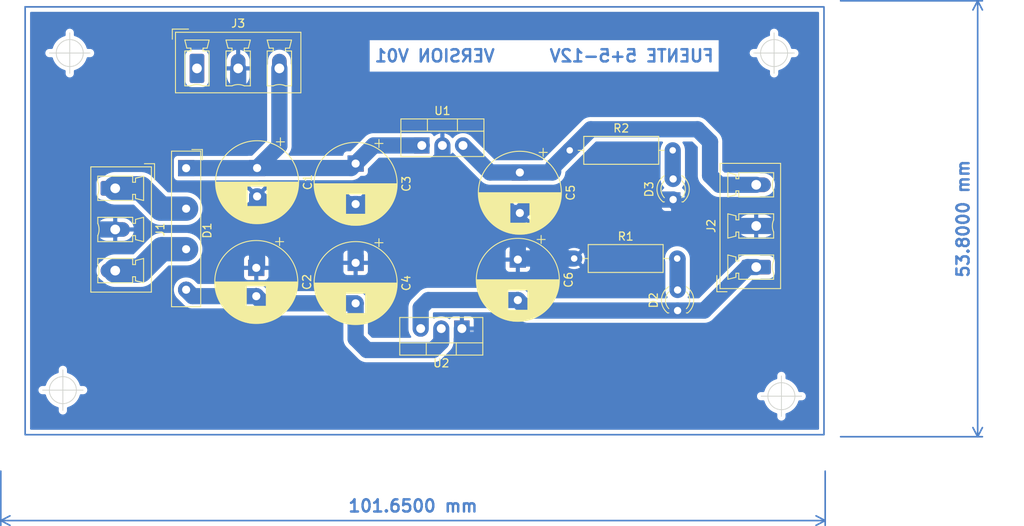
<source format=kicad_pcb>
(kicad_pcb (version 20211014) (generator pcbnew)
  (layers (0 "F.Cu" signal) (31 "B.Cu" signal) (34 "B.Paste" user) (35 "F.Paste" user) (36 "B.SilkS" user "B.Silkscreen") (37 "F.SilkS" user "F.Silkscreen") (38 "B.Mask" user) (39 "F.Mask" user) (44 "Edge.Cuts" user))
  (net 0 "")
  (net 1 "GND")
  (net 2 "Net-(C2-Pad2)")
  (net 3 "Net-(D2-Pad1)")
  (net 4 "Net-(D2-Pad2)")
  (net 5 "Net-(D3-Pad2)")
  (net 7 "Net-(J1-Pad1)")
  (net 8 "Net-(J1-Pad3)")
  (net 9 "Net-(C3-Pad1)")
  (net 10 "Net-(C5-Pad1)")
  (footprint "Capacitor_THT:CP_Radial_D10.0mm_P5.00mm" (layer "F.Cu") (at 112.55 76.637323 -90)
    (fp_text reference "C6" (at 2.5 -6.25 90) (layer "F.SilkS"))
    (fp_text value "C_Polarized")
    (pad "1" thru_hole rect (at 0 0 270) (size 2 2) (drill 1) (layers *.Cu *.Mask) (net 1 "GND"))
    (pad "2" thru_hole circle (at 5 0 270) (size 2 2) (drill 1) (layers *.Cu *.Mask) (net 3 "Net-(D2-Pad1)"))
  )
  (footprint "Resistor_THT:R_Axial_DIN0309_L9.0mm_D3.2mm_P12.70mm_Horizontal" (layer "F.Cu") (at 119.5 76.505)
    (fp_text reference "R1" (at 6.35 -2.72) (layer "F.SilkS"))
    (fp_text value "R")
    (pad "1" thru_hole circle (at 0 0) (size 1.6 1.6) (drill 0.8) (layers *.Cu *.Mask) (net 1 "GND"))
    (pad "2" thru_hole oval (at 12.7 0) (size 1.6 1.6) (drill 0.8) (layers *.Cu *.Mask) (net 4 "Net-(D2-Pad2)"))
  )
  (footprint "Connector_Phoenix_MC_HighVoltage:PhoenixContact_MCV_1,5_3-G-5.08_1x03_P5.08mm_Vertical" (layer "F.Cu") (at 62.9075 67.8425 -90)
    (fp_text reference "J1" (at 5.08 -5.55 90) (layer "F.SilkS"))
    (fp_text value "Conn_01x03_Male")
    (pad "1" thru_hole roundrect (at 0 0 270) (size 1.8 3.6) (drill 1.2) (layers *.Cu *.Mask) (roundrect_rratio 0.138889) (net 7 "Net-(J1-Pad1)"))
    (pad "2" thru_hole oval (at 5.08 0 270) (size 1.8 3.6) (drill 1.2) (layers *.Cu *.Mask) (net 1 "GND"))
    (pad "3" thru_hole oval (at 10.16 0 270) (size 1.8 3.6) (drill 1.2) (layers *.Cu *.Mask) (net 8 "Net-(J1-Pad3)"))
  )
  (footprint "Resistor_THT:R_Axial_DIN0309_L9.0mm_D3.2mm_P12.70mm_Horizontal" (layer "F.Cu") (at 118.95 63.155)
    (fp_text reference "R2" (at 6.35 -2.72) (layer "F.SilkS"))
    (fp_text value "R")
    (pad "1" thru_hole circle (at 0 0) (size 1.6 1.6) (drill 0.8) (layers *.Cu *.Mask) (net 10 "Net-(C5-Pad1)"))
    (pad "2" thru_hole oval (at 12.7 0) (size 1.6 1.6) (drill 0.8) (layers *.Cu *.Mask) (net 5 "Net-(D3-Pad2)"))
  )
  (footprint "Connector_Phoenix_MC_HighVoltage:PhoenixContact_MCV_1,5_3-G-5.08_1x03_P5.08mm_Vertical" (layer "F.Cu") (at 141.9425 77.5675 90)
    (fp_text reference "J2" (at 5.08 -5.55 90) (layer "F.SilkS"))
    (fp_text value "Conn_01x03_Male")
    (pad "1" thru_hole roundrect (at 0 0 90) (size 1.8 3.6) (drill 1.2) (layers *.Cu *.Mask) (roundrect_rratio 0.138889) (net 3 "Net-(D2-Pad1)"))
    (pad "2" thru_hole oval (at 5.08 0 90) (size 1.8 3.6) (drill 1.2) (layers *.Cu *.Mask) (net 1 "GND"))
    (pad "3" thru_hole oval (at 10.16 0 90) (size 1.8 3.6) (drill 1.2) (layers *.Cu *.Mask) (net 10 "Net-(C5-Pad1)"))
  )
  (footprint "Capacitor_THT:CP_Radial_D10.0mm_P5.00mm" (layer "F.Cu") (at 112.8 65.887323 -90)
    (fp_text reference "C5" (at 2.5 -6.25 90) (layer "F.SilkS"))
    (fp_text value "C_Polarized")
    (pad "1" thru_hole rect (at 0 0 270) (size 2 2) (drill 1) (layers *.Cu *.Mask) (net 10 "Net-(C5-Pad1)"))
    (pad "2" thru_hole circle (at 5 0 270) (size 2 2) (drill 1) (layers *.Cu *.Mask) (net 1 "GND"))
  )
  (footprint "Package_TO_SOT_THT:TO-220-3_Vertical" (layer "F.Cu") (at 105.65 85.155 180)
    (fp_text reference "U2" (at 2.54 -4.27) (layer "F.SilkS"))
    (fp_text value "LM7905_TO220")
    (pad "1" thru_hole rect (at 0 0 180) (size 1.905 2) (drill 1.1) (layers *.Cu *.Mask) (net 1 "GND"))
    (pad "2" thru_hole oval (at 2.54 0 180) (size 1.905 2) (drill 1.1) (layers *.Cu *.Mask) (net 2 "Net-(C2-Pad2)"))
    (pad "3" thru_hole oval (at 5.08 0 180) (size 1.905 2) (drill 1.1) (layers *.Cu *.Mask) (net 3 "Net-(D2-Pad1)"))
  )
  (footprint "Package_TO_SOT_THT:TO-220-3_Vertical" (layer "F.Cu") (at 100.71 62.55)
    (fp_text reference "U1" (at 2.54 -4.27) (layer "F.SilkS"))
    (fp_text value "LM7805_TO220")
    (pad "1" thru_hole rect (at 0 0) (size 1.905 2) (drill 1.1) (layers *.Cu *.Mask) (net 9 "Net-(C3-Pad1)"))
    (pad "2" thru_hole oval (at 2.54 0) (size 1.905 2) (drill 1.1) (layers *.Cu *.Mask) (net 1 "GND"))
    (pad "3" thru_hole oval (at 5.08 0) (size 1.905 2) (drill 1.1) (layers *.Cu *.Mask) (net 10 "Net-(C5-Pad1)"))
  )
  (footprint "Capacitor_THT:CP_Radial_D10.0mm_P3.50mm" (layer "F.Cu") (at 80.3 77.655 -90)
    (fp_text reference "C2" (at 1.75 -6.25 90) (layer "F.SilkS"))
    (fp_text value "C")
    (pad "1" thru_hole rect (at 0 0 270) (size 2 2) (drill 1) (layers *.Cu *.Mask) (net 1 "GND"))
    (pad "2" thru_hole circle (at 3.5 0 270) (size 2 2) (drill 1) (layers *.Cu *.Mask) (net 2 "Net-(C2-Pad2)"))
  )
  (footprint "Connector_Phoenix_MC_HighVoltage:PhoenixContact_MCV_1,5_3-G-5.08_1x03_P5.08mm_Vertical" (layer "F.Cu") (at 72.9875 53.0425)
    (fp_text reference "J3" (at 5.08 -5.55) (layer "F.SilkS"))
    (fp_text value "Conn_01x03_Male")
    (pad "1" thru_hole roundrect (at 0 0) (size 1.8 3.6) (drill 1.2) (layers *.Cu *.Mask) (roundrect_rratio 0.138889))
    (pad "2" thru_hole oval (at 5.08 0) (size 1.8 3.6) (drill 1.2) (layers *.Cu *.Mask) (net 1 "GND"))
    (pad "3" thru_hole oval (at 10.16 0) (size 1.8 3.6) (drill 1.2) (layers *.Cu *.Mask) (net 9 "Net-(C3-Pad1)"))
  )
  (footprint "Capacitor_THT:CP_Radial_D10.0mm_P5.00mm" (layer "F.Cu") (at 92.55 77.037323 -90)
    (fp_text reference "C4" (at 2.5 -6.25 90) (layer "F.SilkS"))
    (fp_text value "C_Polarized")
    (pad "1" thru_hole rect (at 0 0 270) (size 2 2) (drill 1) (layers *.Cu *.Mask) (net 1 "GND"))
    (pad "2" thru_hole circle (at 5 0 270) (size 2 2) (drill 1) (layers *.Cu *.Mask) (net 2 "Net-(C2-Pad2)"))
  )
  (footprint "Diode_THT:Diode_Bridge_19.0x3.5x10.0mm_P5.0mm" (layer "F.Cu") (at 71.65 65.355 -90)
    (fp_text reference "D1" (at 7.7 -2.6 90) (layer "F.SilkS"))
    (fp_text value "D_Bridge_+AA-")
    (pad "1" thru_hole rect (at 0 0 270) (size 2 2) (drill 1) (layers *.Cu *.Mask) (net 9 "Net-(C3-Pad1)"))
    (pad "2" thru_hole circle (at 5 0 270) (size 2 2) (drill 1) (layers *.Cu *.Mask) (net 7 "Net-(J1-Pad1)"))
    (pad "3" thru_hole circle (at 10 0 270) (size 2 2) (drill 1) (layers *.Cu *.Mask) (net 8 "Net-(J1-Pad3)"))
    (pad "4" thru_hole circle (at 15 0 270) (size 2 2) (drill 1) (layers *.Cu *.Mask) (net 2 "Net-(C2-Pad2)"))
  )
  (footprint "Capacitor_THT:CP_Radial_D10.0mm_P5.00mm" (layer "F.Cu") (at 92.55 64.787323 -90)
    (fp_text reference "C3" (at 2.5 -6.25 90) (layer "F.SilkS"))
    (fp_text value "C_Polarized")
    (pad "1" thru_hole rect (at 0 0 270) (size 2 2) (drill 1) (layers *.Cu *.Mask) (net 9 "Net-(C3-Pad1)"))
    (pad "2" thru_hole circle (at 5 0 270) (size 2 2) (drill 1) (layers *.Cu *.Mask) (net 1 "GND"))
  )
  (footprint "LED_THT:LED_D3.0mm_FlatTop" (layer "F.Cu") (at 131.7 69.23 90)
    (fp_text reference "D3" (at 1.27 -2.96 90) (layer "F.SilkS"))
    (fp_text value "LED")
    (pad "1" thru_hole rect (at 0 0 90) (size 1.8 1.8) (drill 0.9) (layers *.Cu *.Mask) (net 1 "GND"))
    (pad "2" thru_hole circle (at 2.54 0 90) (size 1.8 1.8) (drill 0.9) (layers *.Cu *.Mask) (net 5 "Net-(D3-Pad2)"))
  )
  (footprint "LED_THT:LED_D3.0mm_FlatTop" (layer "F.Cu") (at 132.25 82.93 90)
    (fp_text reference "D2" (at 1.27 -2.96 90) (layer "F.SilkS"))
    (fp_text value "LED")
    (pad "1" thru_hole rect (at 0 0 90) (size 1.8 1.8) (drill 0.9) (layers *.Cu *.Mask) (net 3 "Net-(D2-Pad1)"))
    (pad "2" thru_hole circle (at 2.54 0 90) (size 1.8 1.8) (drill 0.9) (layers *.Cu *.Mask) (net 4 "Net-(D2-Pad2)"))
  )
  (footprint "Capacitor_THT:CP_Radial_D10.0mm_P3.50mm" (layer "F.Cu") (at 80.4 65.337323 -90)
    (fp_text reference "C1" (at 1.75 -6.25 90) (layer "F.SilkS"))
    (fp_text value "C")
    (pad "1" thru_hole rect (at 0 0 270) (size 2 2) (drill 1) (layers *.Cu *.Mask) (net 9 "Net-(C3-Pad1)"))
    (pad "2" thru_hole circle (at 3.5 0 270) (size 2 2) (drill 1) (layers *.Cu *.Mask) (net 1 "GND"))
  )
  (gr_rect (start 51.8 45.45) (end 150.3 98.25) (layer "B.Cu") (width 0.2) (fill none))
  (gr_text "FUENTE 5+5-12V      VERSION V01" (at 115.8 51.5) (layer "B.Cu") (effects (font (size 1.5 1.5) (thickness 0.3)) (justify mirror)))
  (dimension (type aligned) (layer "B.Cu") (pts (xy 151.85 98.5) (xy 151.85 44.7)) (height 17.4) (gr_text "53,8000 mm" (at 167.45 71.6 90) (layer "B.Cu") (effects (font (size 1.5 1.5) (thickness 0.3)))) (format (units 3) (units_format 1) (precision 4)) (style (thickness 0.2) (arrow_length 1.27) (text_position_mode 0) (extension_height 0.58642) (extension_offset 0.5) keep_text_aligned))
  (dimension (type aligned) (layer "B.Cu") (pts (xy 150.45 102.25) (xy 48.8 102.25)) (height -6.6) (gr_text "101,6500 mm" (at 99.625 107.05) (layer "B.Cu") (effects (font (size 1.5 1.5) (thickness 0.3)))) (format (units 3) (units_format 1) (precision 4)) (style (thickness 0.2) (arrow_length 1.27) (text_position_mode 0) (extension_height 0.58642) (extension_offset 0.5) keep_text_aligned))
  (target plus (at 145.05 93.5) (size 5) (width 0.1) (layer "Edge.Cuts"))
  (target plus (at 144.15 51.15) (size 5) (width 0.1) (layer "Edge.Cuts"))
  (target plus (at 57.3 51.15) (size 5) (width 0.1) (layer "Edge.Cuts"))
  (target plus (at 56.45 92.75) (size 5) (width 0.1) (layer "Edge.Cuts"))
  (segment (start 143.85 81.955) (end 140.7 81.955) (width 2) (layer "B.Cu") (net 1))
  (segment (start 81.35 69.787323) (end 80.4 68.837323) (width 2) (layer "B.Cu") (net 1))
  (segment (start 136.15 86.505) (end 105.65 86.505) (width 2) (layer "B.Cu") (net 1))
  (segment (start 140.7 81.955) (end 136.15 86.505) (width 2) (layer "B.Cu") (net 1))
  (segment (start 112.55 76.637323) (end 112.55 71.137323) (width 2) (layer "B.Cu") (net 1))
  (segment (start 114.457323 69.23) (end 112.8 70.887323) (width 2) (layer "B.Cu") (net 1))
  (segment (start 92.55 69.787323) (end 81.35 69.787323) (width 2) (layer "B.Cu") (net 1))
  (segment (start 80.4 77.555) (end 80.3 77.655) (width 2) (layer "B.Cu") (net 1))
  (segment (start 105.65 90.355) (end 64.5 90.355) (width 2) (layer "B.Cu") (net 1))
  (segment (start 105.65 90.355) (end 105.65 86.505) (width 2) (layer "B.Cu") (net 1))
  (segment (start 100.112677 70.887323) (end 99.012677 69.787323) (width 2) (layer "B.Cu") (net 1))
  (segment (start 78.0675 57.8325) (end 75.35 60.55) (width 2) (layer "B.Cu") (net 1))
  (segment (start 112.8 70.887323) (end 100.112677 70.887323) (width 2) (layer "B.Cu") (net 1))
  (segment (start 112.55 71.137323) (end 112.8 70.887323) (width 2) (layer "B.Cu") (net 1))
  (segment (start 64.5 90.355) (end 56.6 82.455) (width 2) (layer "B.Cu") (net 1))
  (segment (start 103.25 62.55) (end 103.25 65.55) (width 2) (layer "B.Cu") (net 1))
  (segment (start 134.9575 72.4875) (end 131.7 69.23) (width 2) (layer "B.Cu") (net 1))
  (segment (start 80.4 68.837323) (end 80.4 77.555) (width 2) (layer "B.Cu") (net 1))
  (segment (start 145.4825 72.4875) (end 146.15 73.155) (width 2) (layer "B.Cu") (net 1))
  (segment (start 131.7 69.23) (end 114.457323 69.23) (width 2) (layer "B.Cu") (net 1))
  (segment (start 119.5 76.505) (end 112.682323 76.505) (width 2) (layer "B.Cu") (net 1))
  (segment (start 75.35 60.55) (end 64.155 60.55) (width 2) (layer "B.Cu") (net 1))
  (segment (start 57.0825 72.9225) (end 62.9075 72.9225) (width 2) (layer "B.Cu") (net 1))
  (segment (start 92.55 69.787323) (end 92.55 77.037323) (width 2) (layer "B.Cu") (net 1))
  (segment (start 141.9425 72.4875) (end 134.9575 72.4875) (width 2) (layer "B.Cu") (net 1))
  (segment (start 99.012677 69.787323) (end 92.55 69.787323) (width 2) (layer "B.Cu") (net 1))
  (segment (start 112.682323 76.505) (end 112.55 76.637323) (width 2) (layer "B.Cu") (net 1))
  (segment (start 141.9425 72.4875) (end 145.4825 72.4875) (width 2) (layer "B.Cu") (net 1))
  (segment (start 146.15 73.155) (end 146.15 79.655) (width 2) (layer "B.Cu") (net 1))
  (segment (start 56.6 82.455) (end 56.6 73.405) (width 2) (layer "B.Cu") (net 1))
  (segment (start 78.0675 53.0425) (end 78.0675 57.8325) (width 2) (layer "B.Cu") (net 1))
  (segment (start 57.0825 72.9225) (end 57.0825 67.6225) (width 2) (layer "B.Cu") (net 1))
  (segment (start 103.25 65.55) (end 99.012677 69.787323) (width 2) (layer "B.Cu") (net 1))
  (segment (start 146.15 79.655) (end 143.85 81.955) (width 2) (layer "B.Cu") (net 1))
  (segment (start 105.65 86.505) (end 105.65 85.155) (width 2) (layer "B.Cu") (net 1))
  (segment (start 56.6 73.405) (end 57.0825 72.9225) (width 2) (layer "B.Cu") (net 1))
  (segment (start 57.0825 67.6225) (end 60.55 64.155) (width 2) (layer "B.Cu") (net 1))
  (segment (start 64.155 60.55) (end 60.55 64.155) (width 2) (layer "B.Cu") (net 1))
  (segment (start 92.55 82.037323) (end 81.182323 82.037323) (width 2) (layer "B.Cu") (net 2))
  (segment (start 93.95 87.805) (end 92.55 86.405) (width 2) (layer "B.Cu") (net 2))
  (segment (start 72.45 81.155) (end 71.65 80.355) (width 2) (layer "B.Cu") (net 2))
  (segment (start 102.1 87.805) (end 93.95 87.805) (width 2) (layer "B.Cu") (net 2))
  (segment (start 103.11 85.155) (end 103.11 86.795) (width 2) (layer "B.Cu") (net 2))
  (segment (start 92.55 86.405) (end 92.55 82.037323) (width 2) (layer "B.Cu") (net 2))
  (segment (start 81.182323 82.037323) (end 80.3 81.155) (width 2) (layer "B.Cu") (net 2))
  (segment (start 80.3 81.155) (end 72.45 81.155) (width 2) (layer "B.Cu") (net 2))
  (segment (start 103.11 86.795) (end 102.1 87.805) (width 2) (layer "B.Cu") (net 2))
  (segment (start 140.8875 77.5675) (end 135.525 82.93) (width 2) (layer "B.Cu") (net 3))
  (segment (start 135.525 82.93) (end 132.25 82.93) (width 2) (layer "B.Cu") (net 3))
  (segment (start 132.25 82.93) (end 113.842677 82.93) (width 2) (layer "B.Cu") (net 3))
  (segment (start 101.517677 81.637323) (end 100.57 82.585) (width 2) (layer "B.Cu") (net 3))
  (segment (start 113.842677 82.93) (end 112.55 81.637323) (width 2) (layer "B.Cu") (net 3))
  (segment (start 141.9425 77.5675) (end 140.8875 77.5675) (width 2) (layer "B.Cu") (net 3))
  (segment (start 112.55 81.637323) (end 101.517677 81.637323) (width 2) (layer "B.Cu") (net 3))
  (segment (start 100.57 82.585) (end 100.57 85.155) (width 2) (layer "B.Cu") (net 3))
  (segment (start 132.25 76.555) (end 132.2 76.505) (width 2) (layer "B.Cu") (net 4))
  (segment (start 132.25 80.39) (end 132.25 76.555) (width 2) (layer "B.Cu") (net 4))
  (segment (start 131.65 66.64) (end 131.7 66.69) (width 2) (layer "B.Cu") (net 5))
  (segment (start 131.65 63.155) (end 131.65 66.64) (width 2) (layer "B.Cu") (net 5))
  (segment (start 71.65 70.355) (end 68.55 70.355) (width 3) (layer "B.Cu") (net 7))
  (segment (start 66.0375 67.8425) (end 62.9075 67.8425) (width 3) (layer "B.Cu") (net 7))
  (segment (start 68.55 70.355) (end 66.0375 67.8425) (width 3) (layer "B.Cu") (net 7))
  (segment (start 71.65 75.355) (end 68.65 75.355) (width 3) (layer "B.Cu") (net 8))
  (segment (start 66.0025 78.0025) (end 62.9075 78.0025) (width 3) (layer "B.Cu") (net 8))
  (segment (start 68.65 75.355) (end 66.0025 78.0025) (width 3) (layer "B.Cu") (net 8))
  (segment (start 100.71 62.55) (end 94.787323 62.55) (width 2) (layer "B.Cu") (net 9))
  (segment (start 83.1475 53.0425) (end 83.1475 62.589823) (width 2) (layer "B.Cu") (net 9))
  (segment (start 71.65 65.355) (end 80.382323 65.355) (width 2) (layer "B.Cu") (net 9))
  (segment (start 94.787323 62.55) (end 92.55 64.787323) (width 2) (layer "B.Cu") (net 9))
  (segment (start 92 65.337323) (end 92.55 64.787323) (width 2) (layer "B.Cu") (net 9))
  (segment (start 80.4 65.337323) (end 92 65.337323) (width 2) (layer "B.Cu") (net 9))
  (segment (start 80.382323 65.355) (end 80.4 65.337323) (width 2) (layer "B.Cu") (net 9))
  (segment (start 83.1475 62.589823) (end 80.4 65.337323) (width 2) (layer "B.Cu") (net 9))
  (segment (start 121.55 60.555) (end 134.7 60.555) (width 2) (layer "B.Cu") (net 10))
  (segment (start 118.95 63.155) (end 121.55 60.555) (width 2) (layer "B.Cu") (net 10))
  (segment (start 136.25 62.105) (end 136.25 66.255) (width 2) (layer "B.Cu") (net 10))
  (segment (start 118.95 63.155) (end 116.9 65.205) (width 2) (layer "B.Cu") (net 10))
  (segment (start 109.127323 65.887323) (end 105.79 62.55) (width 2) (layer "B.Cu") (net 10))
  (segment (start 112.8 65.887323) (end 109.127323 65.887323) (width 2) (layer "B.Cu") (net 10))
  (segment (start 134.7 60.555) (end 136.25 62.105) (width 2) (layer "B.Cu") (net 10))
  (segment (start 137.4025 67.4075) (end 141.9425 67.4075) (width 2) (layer "B.Cu") (net 10))
  (segment (start 116.9 65.805) (end 116.817677 65.887323) (width 2) (layer "B.Cu") (net 10))
  (segment (start 116.9 65.205) (end 116.9 65.805) (width 2) (layer "B.Cu") (net 10))
  (segment (start 136.25 66.255) (end 137.4025 67.4075) (width 2) (layer "B.Cu") (net 10))
  (segment (start 116.817677 65.887323) (end 112.8 65.887323) (width 2) (layer "B.Cu") (net 10))
  (zone (net 1) (net_name "GND") (layer "B.Cu") (connect_pads (clearance 0.508)) (min_thickness 0.254) (fill yes (thermal_gap 0.508) (thermal_bridge_width 0.508))
    (polygon (pts (xy 150.25 98.15) (xy 52 98.15) (xy 52 45.45) (xy 150.25 45.45)))
  )
)
</source>
